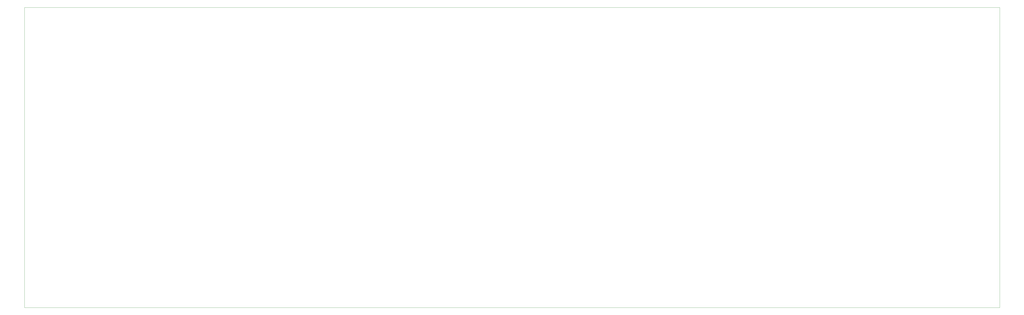
<source format=gbr>
G04 Layer_Color=0*
%FSLAX45Y45*%
%MOMM*%
%TF.FileFunction,Profile,NP*%
%TF.Part,Single*%
G01*
G75*
%TA.AperFunction,Profile*%
%ADD44C,0.02540*%
D44*
X4648200Y5283200D02*
X46812198Y5283198D01*
Y18263196D01*
X4648200Y18263200D01*
X4648200Y5283200D01*
%TF.MD5,1630aa265bdfe1cbda8fc1734df6265c*%
M02*

</source>
